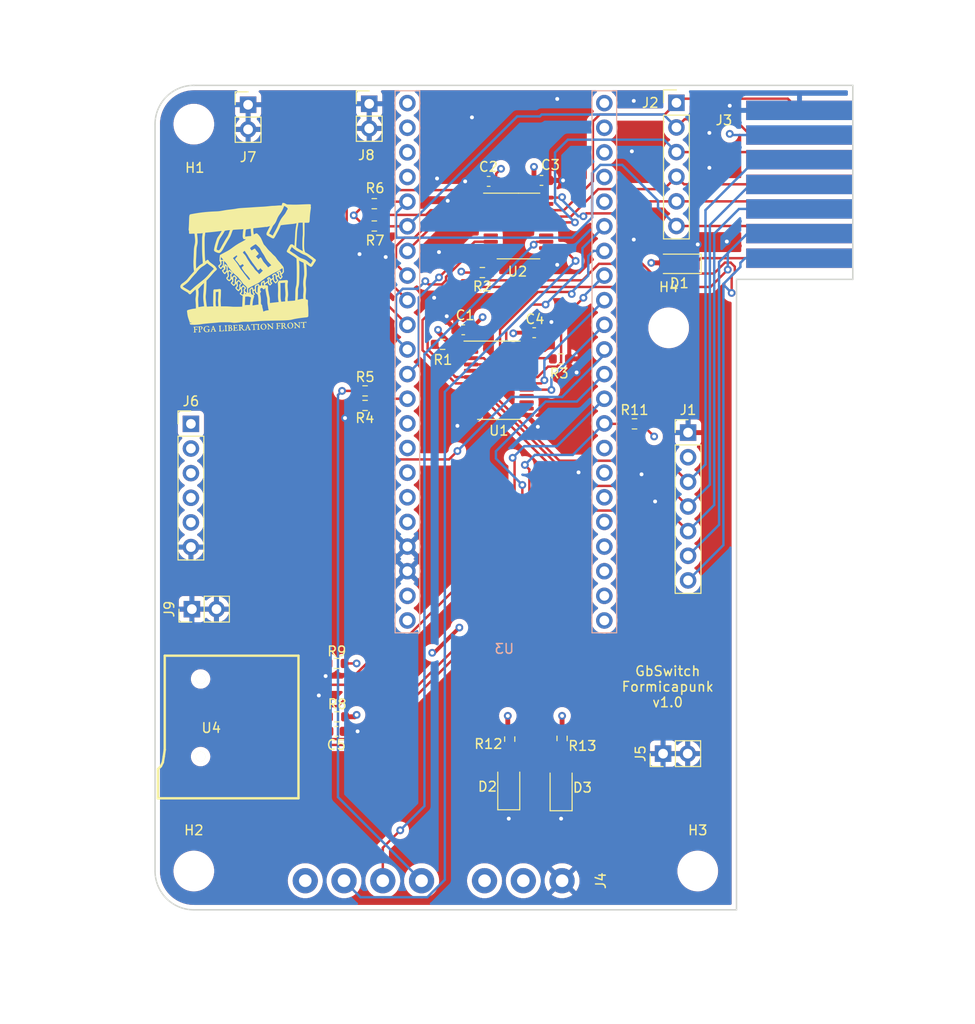
<source format=kicad_pcb>
(kicad_pcb (version 20211014) (generator pcbnew)
  (title_block (title "GbHDMI Formicapunk") (date "2022-04-09") (rev "v1.0") (company "FPGA Liberation Front"))
  (layers (0 "F.Cu" signal) (1 "In1.Cu" signal) (2 "In2.Cu" signal) (31 "B.Cu" signal) (34 "B.Paste" user) (35 "F.Paste" user) (36 "B.SilkS" user "B.Silkscreen") (37 "F.SilkS" user "F.Silkscreen") (38 "B.Mask" user) (39 "F.Mask" user) (44 "Edge.Cuts" user))
  (net 0 "")
  (net 1 "/GB5V")
  (net 2 "GND")
  (net 3 "+1V8")
  (net 4 "+5V")
  (net 5 "+3V3")
  (net 6 "Net-(D2-Pad2)")
  (net 7 "Net-(D3-Pad2)")
  (net 8 "/GB_VSYNC")
  (net 9 "/GB_CLK")
  (net 10 "/GB_D0")
  (net 11 "/GB_D1")
  (net 12 "/GB_HSYNC")
  (net 13 "/P11")
  (net 14 "/P14_1V8")
  (net 15 "/P13")
  (net 16 "/P12")
  (net 17 "/P10")
  (net 18 "/P15_1V8")
  (net 19 "/NC1")
  (net 20 "/NC2")
  (net 21 "Net-(J4-Pad4)")
  (net 22 "Net-(U2-Pad13)")
  (net 23 "Net-(U2-Pad12)")
  (net 24 "/SD_SSN_3V3")
  (net 25 "/SD_MOSI_3V3")
  (net 26 "/SD_CLK_3V3")
  (net 27 "/SD_MISO_3V3")
  (net 28 "+2V5")
  (net 29 "Net-(R1-Pad1)")
  (net 30 "Net-(R2-Pad1)")
  (net 31 "Net-(R3-Pad2)")
  (net 32 "/SNES_DATA_1V8")
  (net 39 "/GB_HSYNC_3V3")
  (net 40 "/GB_D1_3V3")
  (net 41 "/GB_D0_3V3")
  (net 42 "/GB_CLK_3V3")
  (net 43 "/GB_VSYNC_3V3")
  (net 44 "/P10_1V8")
  (net 45 "/P11_1V8")
  (net 46 "/P12_1V8")
  (net 47 "/P13_1V8")
  (net 50 "/SNES_LATCH_1V8")
  (net 51 "/SNES_CLOCK_1V8")
  (net 74 "Net-(R8-Pad1)")
  (net 75 "Net-(R9-Pad1)")
  (net 76 "Net-(J3-Pad13)")
  (footprint "GbSwitchMyLib:EDGE_14PIN_254" (layer "F.Cu") (at 142.8 60.08)
    (fp_text reference "J3")
    (fp_text value "Conn_02x07_Odd_Even" hide)
  )
  (footprint "Resistor_SMD:R_0603_1608Metric" (layer "F.Cu") (at 95.025 117.1)
    (fp_text reference "R9")
    (fp_text value "47k")
  )
  (footprint "Resistor_SMD:R_0603_1608Metric" (layer "F.Cu") (at 105.975 84.2)
    (fp_text reference "R1")
    (fp_text value "0")
  )
  (footprint "Resistor_SMD:R_0603_1608Metric" (layer "F.Cu") (at 97.975 90.5)
    (fp_text reference "R4")
    (fp_text value "47k")
  )
  (footprint "Diode_SMD:D_SOD-123" (layer "F.Cu") (at 130.4 75.9 180)
    (fp_text reference "D1")
    (fp_text value "DIODE" hide)
  )
  (footprint "Resistor_SMD:R_0603_1608Metric" (layer "F.Cu") (at 118.3 124.825 -90)
    (fp_text reference "R13")
    (fp_text value "470")
  )
  (footprint "Connector_PinHeader_2.54mm:PinHeader_1x06_P2.54mm_Vertical" (layer "F.Cu") (at 80 92.4)
    (fp_text reference "J6")
    (fp_text value "Conn_01x06_Male" hide)
  )
  (footprint "Resistor_SMD:R_0603_1608Metric" (layer "F.Cu") (at 110.075 76.8 180)
    (fp_text reference "R2")
    (fp_text value "0")
  )
  (footprint "Connector_PinHeader_2.54mm:PinHeader_1x02_P2.54mm_Vertical" (layer "F.Cu") (at 128.725 126.4 90)
    (fp_text reference "J5")
    (fp_text value "Conn_01x02_Male" hide)
  )
  (footprint "Resistor_SMD:R_0603_1608Metric" (layer "F.Cu") (at 98.925 69.7 180)
    (fp_text reference "R6")
    (fp_text value "47k")
  )
  (footprint "Package_SO:TSSOP-20_4.4x6.5mm_P0.65mm" (layer "F.Cu") (at 113.8 72)
    (fp_text reference "U2")
    (fp_text value "TXS0108EPW")
  )
  (footprint "Resistor_SMD:R_0603_1608Metric" (layer "F.Cu") (at 125.775 92.4)
    (fp_text reference "R11")
    (fp_text value "47k")
  )
  (footprint "GbSwitchMyLib:GCT-MEM2055-00-190-01-A" (layer "F.Cu") (at 92.3 123.65 90)
    (fp_text reference "U4")
    (fp_text value "MicroSD_SPI_CD")
  )
  (footprint "GbSwitchMyLib:SNES_7PAD" (layer "F.Cu") (at 118.3 139.5 -90)
    (fp_text reference "J4")
    (fp_text value "Conn_01x07_Female" hide)
  )
  (footprint "Package_SO:TSSOP-24_4.4x7.8mm_P0.65mm" (layer "F.Cu") (at 111.775 87.9)
    (fp_text reference "U1")
    (fp_text value "LJ245A")
  )
  (footprint "MountingHole:MountingHole_3.2mm_M3" (layer "F.Cu") (at 129.3 82.5)
    (fp_text reference "H4")
    (fp_text value "MountingHole" hide)
  )
  (footprint "Resistor_SMD:R_0603_1608Metric" (layer "F.Cu") (at 95.075 122.6)
    (fp_text reference "R8")
    (fp_text value "330")
  )
  (footprint "Resistor_SMD:R_0603_1608Metric" (layer "F.Cu") (at 118.175 85.7 180)
    (fp_text reference "R3")
    (fp_text value "0")
  )
  (footprint "MountingHole:MountingHole_3.2mm_M3" (layer "F.Cu") (at 80.3 61.5)
    (fp_text reference "H1")
    (fp_text value "MountingHole" hide)
  )
  (footprint "Connector_PinHeader_2.54mm:PinHeader_1x06_P2.54mm_Vertical" (layer "F.Cu") (at 130.1 59.3)
    (fp_text reference "J2")
    (fp_text value "Conn_01x06_Male" hide)
  )
  (footprint "Connector_PinHeader_2.54mm:PinHeader_1x02_P2.54mm_Vertical" (layer "F.Cu") (at 98.4 59.4)
    (fp_text reference "J8")
    (fp_text value "Conn_01x02_Male" hide)
  )
  (footprint "Capacitor_SMD:C_0603_1608Metric" (layer "F.Cu") (at 110.725 67.4 180)
    (fp_text reference "C2")
    (fp_text value "100n")
  )
  (footprint "Resistor_SMD:R_0603_1608Metric" (layer "F.Cu") (at 98.925 72 180)
    (fp_text reference "R7")
    (fp_text value "47k")
  )
  (footprint "LOGO" (layer "F.Cu") (at 85.9 76.3)
    (fp_text reference "G***" hide)
    (fp_text value "LOGO" hide)
  )
  (footprint "Capacitor_SMD:C_0603_1608Metric" (layer "F.Cu") (at 116.175 67.3)
    (fp_text reference "C3")
    (fp_text value "100n")
  )
  (footprint "Connector_PinHeader_2.54mm:PinHeader_1x02_P2.54mm_Vertical" (layer "F.Cu") (at 80.1 111.5 90)
    (fp_text reference "J9")
    (fp_text value "Conn_01x02_Male" hide)
  )
  (footprint "Capacitor_SMD:C_0603_1608Metric" (layer "F.Cu") (at 108.1 82.7 180)
    (fp_text reference "C1")
    (fp_text value "100n")
  )
  (footprint "Capacitor_SMD:C_0603_1608Metric" (layer "F.Cu") (at 115.425 83)
    (fp_text reference "C4")
    (fp_text value "100n")
  )
  (footprint "MountingHole:MountingHole_3.2mm_M3" (layer "F.Cu") (at 80.3 138.5)
    (fp_text reference "H2")
    (fp_text value "MountingHole" hide)
  )
  (footprint "Connector_PinHeader_2.54mm:PinHeader_1x02_P2.54mm_Vertical" (layer "F.Cu") (at 85.9 59.5)
    (fp_text reference "J7")
    (fp_text value "Conn_01x02_Male" hide)
  )
  (footprint "LED_SMD:LED_1206_3216Metric" (layer "F.Cu") (at 118.2 130 90)
    (fp_text reference "D3")
    (fp_text value "LED" hide)
  )
  (footprint "MountingHole:MountingHole_3.2mm_M3" (layer "F.Cu") (at 132.3 138.5)
    (fp_text reference "H3")
    (fp_text value "MountingHole" hide)
  )
  (footprint "Resistor_SMD:R_0603_1608Metric" (layer "F.Cu") (at 97.975 89)
    (fp_text reference "R5")
    (fp_text value "82K")
  )
  (footprint "LED_SMD:LED_1206_3216Metric" (layer "F.Cu") (at 112.8 129.9 90)
    (fp_text reference "D2")
    (fp_text value "LED" hide)
  )
  (footprint "Connector_PinHeader_2.54mm:PinHeader_1x07_P2.54mm_Vertical" (layer "F.Cu") (at 131.3 93.3)
    (fp_text reference "J1")
    (fp_text value "Conn_01x07_Male" hide)
  )
  (footprint "Capacitor_SMD:C_0603_1608Metric" (layer "F.Cu") (at 95.025 124.1)
    (fp_text reference "C5")
    (fp_text value "100n")
  )
  (footprint "Resistor_SMD:R_0603_1608Metric" (layer "F.Cu") (at 112.9 124.9 -90)
    (fp_text reference "R12")
    (fp_text value "470")
  )
  (footprint "kicad:Tang_nano_4K" (layer "B.Cu") (at 112.5 117.75)
    (fp_text reference "U3")
    (fp_text value "Tang_nano_4K")
  )
  (gr_line (start 136.3 77.5) (end 136.3 142.5) (layer "Edge.Cuts") (width 0.15))
  (gr_arc (start 76.3 61.5) (mid 77.471573 58.671573) (end 80.3 57.5) (layer "Edge.Cuts") (width 0.15))
  (gr_arc (start 80.3 142.5) (mid 77.471573 141.328427) (end 76.3 138.5) (layer "Edge.Cuts") (width 0.15))
  (gr_line (start 80.3 142.5) (end 136.3 142.5) (layer "Edge.Cuts") (width 0.15))
  (gr_line (start 76.3 61.5) (end 76.3 138.5) (layer "Edge.Cuts") (width 0.15))
  (gr_line (start 80.3 57.5) (end 148.3 57.5) (layer "Edge.Cuts") (width 0.15))
  (gr_line (start 148.3 77.5) (end 136.3 77.5) (layer "Edge.Cuts") (width 0.15))
  (gr_line (start 148.3 57.5) (end 148.3 77.5) (layer "Edge.Cuts") (width 0.15))
  (gr_text "GbSwitch\nFormicapunk\nv1.0" (at 129.2 119.5) (layer "F.SilkS") (effects (font (size 1 1))))
  (segment (start 105.5 82.9) (end 106.8 84.2) (width 0.5) (layer "F.Cu") (net 1))
  (segment (start 106.8 84.2) (end 108.7875 84.2) (width 0.4) (layer "F.Cu") (net 1))
  (segment (start 112.7 122.5) (end 112.7 123.875) (width 0.5) (layer "F.Cu") (net 1))
  (segment (start 108.875 82.7) (end 108.875 84.2875) (width 0.4) (layer "F.Cu") (net 1))
  (segment (start 108.875 84.2875) (end 108.9125 84.325) (width 0.4) (layer "F.Cu") (net 1))
  (segment (start 105.5 82.7) (end 105.5 82.9) (width 0.5) (layer "F.Cu") (net 1))
  (segment (start 108.7875 84.2) (end 108.9125 84.325) (width 0.4) (layer "F.Cu") (net 1))
  (segment (start 108.875 82.7) (end 108.875 82.625) (width 0.4) (layer "F.Cu") (net 1))
  (segment (start 112.7 123.875) (end 112.9 124.075) (width 0.5) (layer "F.Cu") (net 1))
  (segment (start 108.875 82.625) (end 110.1 81.4) (width 0.4) (layer "F.Cu") (net 1))
  (via (at 135.6 62.5) (size 0.8) (drill 0.4) (layers "F.Cu" "B.Cu") (net 1))
  (via (at 110.1 81.4) (size 0.8) (drill 0.4) (layers "F.Cu" "B.Cu") (net 1))
  (via (at 112.7 122.5) (size 0.8) (drill 0.4) (layers "F.Cu" "B.Cu") (net 1))
  (via (at 105.5 82.7) (size 0.8) (drill 0.4) (layers "F.Cu" "B.Cu") (net 1))
  (segment (start 142.8 62.62) (end 135.72 62.62) (width 0.25) (layer "B.Cu") (net 1))
  (segment (start 135.72 62.62) (end 135.6 62.5) (width 0.25) (layer "B.Cu") (net 1))
  (segment (start 119 86.3) (end 119.8 87.1) (width 0.5) (layer "F.Cu") (net 2))
  (segment (start 95.9 91.75) (end 97.15 90.5) (width 0.5) (layer "F.Cu") (net 2))
  (segment (start 107.5 92.6) (end 107.7875 92.6) (width 0.5) (layer "F.Cu") (net 2))
  (segment (start 95.9 91.8) (end 95.9 91.75) (width 0.5) (layer "F.Cu") (net 2))
  (segment (start 112.8 133.1) (end 112.8 131.3) (width 0.5) (layer "F.Cu") (net 2))
  (segment (start 117.7375 76) (end 116.6625 74.925) (width 0.25) (layer "F.Cu") (net 2))
  (segment (start 116.2 82.9) (end 117.2 81.9) (width 0.25) (layer "F.Cu") (net 2))
  (segment (start 114.6375 91.475) (end 114.6375 91.5375) (width 0.5) (layer "F.Cu") (net 2))
  (segment (start 108.9125 90.825) (end 108.9125 91.475) (width 0.5) (layer "F.Cu") (net 2))
  (segment (start 108.3 67.4) (end 109.95 67.4) (width 0.5) (layer "F.Cu") (net 2))
  (segment (start 106.4 81.3) (end 106.4 81.775) (width 0.5) (layer "F.Cu") (net 2))
  (segment (start 117.8 76) (end 117.7375 76) (width 0.25) (layer "F.Cu") (net 2))
  (segment (start 107.7875 92.6) (end 108.9125 91.475) (width 0.5) (layer "F.Cu") (net 2))
  (segment (start 116.95 67.3) (end 118.4 67.3) (width 0.5) (layer "F.Cu") (net 2))
  (segment (start 116.2 83) (end 116.2 82.9) (width 0.25) (layer "F.Cu") (net 2))
  (segment (start 119 85.7) (end 119 86.3) (width 0.5) (layer "F.Cu") (net 2))
  (segment (start 118.2 131.4) (end 118.2 133.1) (width 0.5) (layer "F.Cu") (net 2))
  (segment (start 91.5 120.4) (end 93.2 120.4) (width 0.5) (layer "F.Cu") (net 2))
  (segment (start 95.8 124.1) (end 97.2 124.1) (width 0.5) (layer "F.Cu") (net 2))
  (segment (start 114.6375 91.5375) (end 115.8 92.7) (width 0.5) (layer "F.Cu") (net 2))
  (segment (start 106.4 81.775) (end 107.325 82.7) (width 0.5) (layer "F.Cu") (net 2))
  (via (at 117.2 81.9) (size 0.8) (drill 0.4) (layers "F.Cu" "B.Cu") (net 2))
  (via (at 117.8 58.9) (size 0.8) (drill 0.4) (layers "F.Cu" "B.Cu") (net 2))
  (via (at 118.4 67.3) (size 0.8) (drill 0.4) (layers "F.Cu" "B.Cu") (net 2))
  (via (at 109 60.8) (size 0.8) (drill 0.4) (layers "F.Cu" "B.Cu") (net 2))
  (via (at 106.5 69.4) (size 0.8) (drill 0.4) (layers "F.Cu" "B.Cu") (net 2))
  (via (at 108.3 67.4) (size 0.8) (drill 0.4) (layers "F.Cu" "B.Cu") (net 2))
  (via (at 125.7 73.4) (size 0.8) (drill 0.4) (layers "F.Cu" "B.Cu") (net 2))
  (via (at 105.1 79.4) (size 0.8) (drill 0.4) (layers "F.Cu" "B.Cu") (net 2))
  (via (at 119.8 87.1) (size 0.8) (drill 0.4) (layers "F.Cu" "B.Cu") (net 2))
  (via (at 133.5 66) (size 0.8) (drill 0.4) (layers "F.Cu" "B.Cu") (net 2))
  (via (at 127.9 100.4) (size 0.8) (drill 0.4) (layers "F.Cu" "B.Cu") (net 2))
  (via (at 105.599372 74.689807) (size 0.8) (drill 0.4) (layers "F.Cu" "B.Cu") (net 2))
  (via (at 135.6 59.6) (size 0.8) (drill 0.4) (layers "F.Cu" "B.Cu") (net 2))
  (via (at 97.2 124.1) (size 0.8) (drill 0.4) (layers "F.Cu" "B.Cu") (net 2))
  (via (at 120 97.4) (size 0.8) (drill 0.4) (layers "F.Cu" "B.Cu") (net 2))
  (via (at 117.8 76) (size 0.8) (drill 0.4) (layers "F.Cu" "B.Cu") (net 2))
  (via (at 93.2 120.4) (size 0.8) (drill 0.4) (layers "F.Cu" "B.Cu") (net 2))
  (via (at 107.5 92.6) (size 0.8) (drill 0.4) (layers "F.Cu" "B.Cu") (net 2))
  (via (at 95.9 91.8) (size 0.8) (drill 0.4) (layers "F.Cu" "B.Cu") (net 2))
  (via (at 133.5 62.4) (size 0.8) (drill 0.4) (layers "F.Cu" "B.Cu") (net 2))
  (via (at 93.9 118.4) (size 0.8) (drill 0.4) (layers "F.Cu" "B.Cu") (net 2))
  (via (at 132.3 73.9) (size 0.8) (drill 0.4) (layers "F.Cu" "B.Cu") (net 2))
  (via (at 100.1 75.2) (size 0.8) (drill 0.4) (layers "F.Cu" "B.Cu") (net 2))
  (via (at 125.5 64.3) (size 0.8) (drill 0.4) (layers "F.Cu" "B.Cu") (net 2))
  (via (at 126.5 97.6) (size 0.8) (drill 0.4) (layers "F.Cu" "B.Cu") (net 2))
  (via (at 97.4 74.9) (size 0.8) (drill 0.4) (layers "F.Cu" "B.Cu") (net 2))
  (via (at 125.7 59.1) (size 0.8) (drill 0.4) (layers "F.Cu" "B.Cu") (net 2))
  (via (at 118.2 133.1) (size 0.8) (drill 0.4) (layers "F.Cu" "B.Cu") (net 2))
  (via (at 105.4 67.1) (size 0.8) (drill 0.4) (layers "F.Cu" "B.Cu") (net 2))
  (via (at 106.4 81.3) (size 0.8) (drill 0.4) (layers "F.Cu" "B.Cu") (net 2))
  (via (at 135.3 73.6) (size 0.8) (drill 0.4) (layers "F.Cu" "B.Cu") (net 2))
  (via (at 112.8 133.1) (size 0.8) (drill 0.4) (layers "F.Cu" "B.Cu") (net 2))
  (via (at 115.8 92.7) (size 0.8) (drill 0.4) (layers "F.Cu" "B.Cu") (net 2))
  (segment (start 136.08 60.08) (end 135.6 59.6) (width 0.25) (layer "B.Cu") (net 2))
  (segment (start 142.8 60.08) (end 136.08 60.08) (width 0.25) (layer "B.Cu") (net 2))
  (segment (start 109.25 76.8) (end 108 76.8) (width 0.25) (layer "F.Cu") (net 3))
  (segment (start 98.1 69.7) (end 98 69.7) (width 0.25) (layer "F.Cu") (net 3))
  (segment (start 98 69.7) (end 96.8 70.9) (width 0.25) (layer "F.Cu") (net 3))
  (segment (start 111.99952 67.89952) (end 111.5 67.4) (width 0.25) (layer "F.Cu") (net 3))
  (segment (start 108 76.8) (end 107.9 76.7) (width 0.25) (layer "F.Cu") (net 3))
  (segment (start 97.9 72) (end 96.8 70.9) (width 0.25) (layer "F.Cu") (net 3))
  (segment (start 111.5 67.4) (end 111.5 66.6) (width 0.25) (layer "F.Cu") (net 3))
  (segment (start 111.99952 69.350841) (end 111.99952 67.89952) (width 0.25) (layer "F.Cu") (net 3))
  (segment (start 111.5 66.6) (end 112 66.1) (width 0.25) (layer "F.Cu") (net 3))
  (segment (start 110.9375 69.725) (end 111.625361 69.725) (width 0.25) (layer "F.Cu") (net 3))
  (segment (start 111.625361 69.725) (end 111.99952 69.350841) (width 0.25) (layer "F.Cu") (net 3))
  (segment (start 98.1 72) (end 97.9 72) (width 0.25) (layer "F.Cu") (net 3))
  (via (at 96.8 70.9) (size 0.8) (drill 0.4) (layers "F.Cu" "B.Cu") (net 3))
  (via (at 112 66.1) (size 0.8) (drill 0.4) (layers "F.Cu" "B.Cu") (net 3))
  (via (at 107.9 76.7) (size 0.8) (drill 0.4) (layers "F.Cu" "B.Cu") (net 3))
  (segment (start 127.5 75.8) (end 128.65 75.8) (width 0.5) (layer "F.Cu") (net 4))
  (segment (start 115.4 69.327138) (end 115.797862 69.725) (width 0.5) (layer "F.Cu") (net 4))
  (segment (start 115.797862 69.725) (end 116.6625 69.725) (width 0.5) (layer "F.Cu") (net 4))
  (segment (start 115.4 67.3) (end 115.4 65.9) (width 0.5) (layer "F.Cu") (net 4))
  (segment (start 115.4 67.3) (end 115.4 69.327138) (width 0.5) (layer "F.Cu") (net 4))
  (segment (start 128.65 75.8) (end 128.75 75.9) (width 0.5) (layer "F.Cu") (net 4))
  (segment (start 118.3 122.5) (end 118.3 124) (width 0.5) (layer "F.Cu") (net 4))
  (via (at 127.5 75.8) (size 0.8) (drill 0.4) (layers "F.Cu" "B.Cu") (net 4))
  (via (at 118.3 122.5) (size 0.8) (drill 0.4) (layers "F.Cu" "B.Cu") (net 4))
  (via (at 115.4 65.9) (size 0.8) (drill 0.4) (layers "F.Cu" "B.Cu") (net 4))
  (segment (start 114.6375 84.325) (end 114.6375 84.975) (width 0.5) (layer "F.Cu") (net 5))
  (segment (start 96.9 122.6) (end 97.1 122.4) (width 0.5) (layer "F.Cu") (net 5))
  (segment (start 126.6 92.4) (end 126.6 92.5) (width 0.25) (layer "F.Cu") (net 5))
  (segment (start 95.9 122.6) (end 96.9 122.6) (width 0.5) (layer "F.Cu") (net 5))
  (segment (start 113.324598 83) (end 113.262299 83.062299) (width 0.4) (layer "F.Cu") (net 5))
  (segment (start 105.1 116) (end 107.7 113.4) (width 0.4) (layer "F.Cu") (net 5))
  (segment (start 104.9 116) (end 105.1 116) (width 0.4) (layer "F.Cu") (net 5))
  (segment (start 114.65 84.3125) (end 114.6375 84.325) (width 0.5) (layer "F.Cu") (net 5))
  (segment (start 114.65 83) (end 113.324598 83) (width 0.4) (layer "F.Cu") (net 5))
  (segment (start 126.6 92.5) (end 127.8 93.7) (width 0.25) (layer "F.Cu") (net 5))
  (segment (start 95.85 117.1) (end 97.1 117.1) (width 0.25) (layer "F.Cu") (net 5))
  (segment (start 114.65 83) (end 114.65 84.3125) (width 0.5) (layer "F.Cu") (net 5))
  (via (at 97.1 122.4) (size 0.8) (drill 0.4) (layers "F.Cu" "B.Cu") (net 5))
  (via (at 97.1 117.1) (size 0.8) (drill 0.4) (layers "F.Cu" "B.Cu") (net 5))
  (via (at 127.8 93.7) (size 0.8) (drill 0.4) (layers "F.Cu" "B.Cu") (net 5))
  (via (at 104.9 116) (size 0.8) (drill 0.4) (layers "F.Cu" "B.Cu") (net 5))
  (via (at 107.7 113.4) (size 0.8) (drill 0.4) (layers "F.Cu" "B.Cu") (net 5))
  (via (at 113.262299 83.062299) (size 0.8) (drill 0.4) (layers "F.Cu" "B.Cu") (net 5))
  (segment (start 112.9 128.4) (end 112.8 128.5) (width 0.25) (layer "F.Cu") (net 6))
  (segment (start 112.9 125.725) (end 112.9 128.4) (width 0.25) (layer "F.Cu") (net 6))
  (segment (start 118.2 128.6) (end 118.2 125.75) (width 0.25) (layer "F.Cu") (net 7))
  (segment (start 118.2 125.75) (end 118.3 125.65) (width 0.25) (layer "F.Cu") (net 7))
  (segment (start 111.6 87) (end 111.6 89.775361) (width 0.25) (layer "F.Cu") (net 8))
  (segment (start 110.225 85.625) (end 111.6 87) (width 0.25) (layer "F.Cu") (net 8))
  (segment (start 129.12 96.2) (end 131.3 98.38) (width 0.25) (layer "F.Cu") (net 8))
  (segment (start 111.6 89.775361) (end 118.024639 96.2) (width 0.25) (layer "F.Cu") (net 8))
  (segment (start 118.024639 96.2) (end 129.12 96.2) (width 0.25) (layer "F.Cu") (net 8))
  (segment (start 108.9125 85.625) (end 110.225 85.625) (width 0.25) (layer "F.Cu") (net 8))
  (segment (start 133.1 96.58) (end 131.3 98.38) (width 0.25) (layer "B.Cu") (net 8))
  (segment (start 142.8 65.16) (end 138.3 65.16) (width 0.25) (layer "B.Cu") (net 8))
  (segment (start 138.3 65.16) (end 133.1 70.36) (width 0.25) (layer "B.Cu") (net 8))
  (segment (start 133.1 70.36) (end 133.1 96.58) (width 0.25) (layer "B.Cu") (net 8))
  (segment (start 111.132141 87.167859) (end 111.132141 89.943219) (width 0.25) (layer "F.Cu") (net 9))
  (segment (start 129.175489 98.795489) (end 131.3 100.92) (width 0.25) (layer "F.Cu") (net 9))
  (segment (start 110.1 86.3) (end 110.264282 86.3) (width 0.25) (layer "F.Cu") (net 9))
  (segment (start 111.132141 89.943219) (end 119.984411 98.795489) (width 0.25) (layer "F.Cu") (net 9))
  (segment (start 108.9125 86.275) (end 110.075 86.275) (width 0.25) (layer "F.Cu") (net 9))
  (segment (start 110.075 86.275) (end 110.1 86.3) (width 0.25) (layer "F.Cu") (net 9))
  (segment (start 119.984411 98.795489) (end 129.175489 98.795489) (width 0.25) (layer "F.Cu") (net 9))
  (segment (start 110.264282 86.3) (end 111.132141 87.167859) (width 0.25) (layer "F.Cu") (net 9))
  (segment (start 137.72952 67.72) (end 133.54952 71.9) (width 0.25) (layer "B.Cu") (net 9))
  (segment (start 142.8 67.72) (end 137.72952 67.72) (width 0.25) (layer "B.Cu") (net 9))
  (segment (start 133.54952 98.67048) (end 131.3 100.92) (width 0.25) (layer "B.Cu") (net 9))
  (segment (start 133.54952 71.9) (end 133.54952 98.67048) (width 0.25) (layer "B.Cu") (net 9))
  (segment (start 110.225 86.925) (end 110.682621 87.382621) (width 0.25) (layer "F.Cu") (net 10))
  (segment (start 110.682621 90.282621) (end 121.735489 101.335489) (width 0.25) (layer "F.Cu") (net 10))
  (segment (start 110.682621 87.382621) (end 110.682621 90.282621) (width 0.25) (layer "F.Cu") (net 10))
  (segment (start 129.175489 101.335489) (end 131.3 103.46) (width 0.25) (layer "F.Cu") (net 10))
  (segment (start 108.9125 86.925) (end 110.225 86.925) (width 0.25) (layer "F.Cu") (net 10))
  (segment (start 121.735489 101.335489) (end 129.175489 101.335489) (width 0.25) (layer "F.Cu") (net 10))
  (segment (start 133.99904 100.76096) (end 131.3 103.46) (width 0.25) (layer "B.Cu") (net 10))
  (segment (start 136.55904 70.24) (end 133.99904 72.8) (width 0.25) (layer "B.Cu") (net 10))
  (segment (start 142.8 70.24) (end 136.55904 70.24) (width 0.25) (layer "B.Cu") (net 10))
  (segment (start 133.99904 72.8) (end 133.99904 100.76096) (width 0.25) (layer "B.Cu") (net 10))
  (segment (start 108.215489 78.284511) (end 133.615489 78.284511) (width 0.25) (layer "F.Cu") (net 11))
  (segment (start 133.615489 78.284511) (end 135.4 76.5) (width 0.25) (layer "F.Cu") (net 11))
  (segment (start 104.42548 82.07452) (end 108.215489 78.284511) (width 0.25) (layer "F.Cu") (net 11))
  (segment (start 107.308217 87.575) (end 104.42548 84.692263) (width 0.25) (layer "F.Cu") (net 11))
  (segment (start 104.42548 84.692263) (end 104.42548 82.07452) (width 0.25) (layer "F.Cu") (net 11))
  (segment (start 108.9125 87.575) (end 107.308217 87.575) (width 0.25) (layer "F.Cu") (net 11))
  (via (at 135.4 76.5) (size 0.8) (drill 0.4) (layers "F.Cu" "B.Cu") (net 11))
  (segment (start 134.5 75.7) (end 134.5 102.8) (width 0.25) (layer "B.Cu") (net 11))
  (segment (start 135.55 74.65) (end 134.5 75.7) (width 0.25) (layer "B.Cu") (net 11))
  (segment (start 134.5 102.8) (end 131.3 106) (width 0.25) (layer "B.Cu") (net 11))
  (segment (start 135.4 76.5) (end 135.4 74.8) (width 0.25) (layer "B.Cu") (net 11))
  (segment (start 137.42 72.78) (end 135.55 74.65) (width 0.25) (layer "B.Cu") (net 11))
  (segment (start 135.4 74.8) (end 135.55 74.65) (width 0.25) (layer "B.Cu") (net 11))
  (segment (start 142.8 72.78) (end 137.42 72.78) (width 0.25) (layer "B.Cu") (net 11))
  (segment (start 127.575386 76.9) (end 133.975386 76.9) (width 0.25) (layer "F.Cu") (net 12))
  (segment (start 135.099897 75.775489) (end 135.700103 75.775489) (width 0.25) (layer "F.Cu") (net 12))
  (segment (start 120.40048 77.59952) (end 122.1 75.9) (width 0.25) (layer "F.Cu") (net 12))
  (segment (start 135.700103 75.775489) (end 136.124511 76.199897) (width 0.25) (layer "F.Cu") (net 12))
  (segment (start 107.322499 88.225) (end 103.9 84.802501) (width 0.25) (layer "F.Cu") (net 12))
  (segment (start 103.9 84.802501) (end 103.9 81.7) (width 0.25) (layer "F.Cu") (net 12))
  (segment (start 133.975386 76.9) (end 135.099897 75.775489) (width 0.25) (layer "F.Cu") (net 12))
  (segment (start 136.124511 76.199897) (end 136.124511 76.800103) (width 0.25) (layer "F.Cu") (net 12))
  (segment (start 136.124511 76.800103) (end 136.012307 76.912307) (width 0.25) (layer "F.Cu") (net 12))
  (segment (start 103.9 81.7) (end 108.00048 77.59952) (width 0.25) (layer "F.Cu") (net 12))
  (segment (start 108.9125 88.225) (end 107.322499 88.225) (width 0.25) (layer "F.Cu") (net 12))
  (segment (start 122.1 75.9) (end 126.575386 75.9) (width 0.25) (layer "F.Cu") (net 12))
  (segment (start 136.012307 76.912307) (end 135.8 77.124614) (width 0.25) (layer "F.Cu") (net 12))
  (segment (start 135.8 77.124614) (end 135.8 78.9) (width 0.25) (layer "F.Cu") (net 12))
  (segment (start 108.00048 77.59952) (end 120.40048 77.59952) (width 0.25) (layer "F.Cu") (net 12))
  (segment (start 126.575386 75.9) (end 127.575386 76.9) (width 0.25) (layer "F.Cu") (net 12))
  (via (at 135.8 78.9) (size 0.8) (drill 0.4) (layers "F.Cu" "B.Cu") (net 12))
  (segment (start 134.94952 104.89048) (end 134.94952 77.975094) (width 0.25) (layer "B.Cu") (net 12))
  (segment (start 136.7 76.224614) (end 136.7 75.8) (width 0.25) (layer "B.Cu") (net 12))
  (segment (start 137.18 75.32) (end 142.8 75.32) (width 0.25) (layer "B.Cu") (net 12))
  (segment (start 131.3 108.54) (end 134.94952 104.89048) (width 0.25) (layer "B.Cu") (net 12))
  (segment (start 134.94952 77.975094) (end 136.7 76.224614) (width 0.25) (layer "B.Cu") (net 12))
  (segment (start 136.7 75.8) (end 137.18 75.32) (width 0.25) (layer "B.Cu") (net 12))
  (segment (start 134.94952 78.04952) (end 134.94952 77.975094) (width 0.25) (layer "B.Cu") (net 12))
  (segment (start 135.8 78.9) (end 134.94952 78.04952) (width 0.25) (layer "B.Cu") (net 12))
  (segment (start 116.6625 70.375) (end 118.489282 70.375) (width 0.25) (layer "F.Cu") (net 13))
  (segment (start 128.895489 60.504511) (end 130.1 59.3) (width 0.25) (layer "F.Cu") (net 13))
  (segment (start 121.485489 67.378793) (end 121.485489 61.214511) (width 0.25) (layer "F.Cu") (net 13))
  (segment (start 122.195489 60.504511) (end 128.895489 60.504511) (width 0.25) (layer "F.Cu") (net 13))
  (segment (start 130.524511 58.875489) (end 141.595489 58.875489) (width 0.25) (layer "F.Cu") (net 13))
  (segment (start 130.1 59.3) (end 130.524511 58.875489) (width 0.25) (layer "F.Cu") (net 13))
  (segment (start 118.489282 70.375) (end 121.485489 67.378793) (width 0.25) (layer "F.Cu") (net 13))
  (segment (start 141.595489 58.875489) (end 142.8 60.08) (width 0.25) (layer "F.Cu") (net 13))
  (segment (start 121.485489 61.214511) (end 122.195489 60.504511) (width 0.25) (layer "F.Cu") (net 13))
  (segment (start 99.78 72.03) (end 102.34 72.03) (width 0.25) (layer "F.Cu") (net 14))
  (segment (start 130.95 60.99) (end 136.09 60.99) (width 0.25) (layer "F.Cu") (net 14))
  (segment (start 137.72 62.62) (end 142.8 62.62) (width 0.25) (layer "F.Cu") (net 14))
  (segment (start 130.1 61.84) (end 130.95 60.99) (width 0.25) (layer "F.Cu") (net 14))
  (segment (start 99.75 72) (end 99.78 72.03) (width 0.25) (layer "F.Cu") (net 14))
  (segment (start 136.09 60.99) (end 137.72 62.62) (width 0.25) (layer "F.Cu") (net 14))
  (segment (start 116.195489 60.504511) (end 128.764511 60.504511) (width 0.25) (layer "B.Cu") (net 14))
  (segment (start 116 60.7) (end 116.195489 60.504511) (width 0.25) (layer "B.Cu") (net 14))
  (segment (start 102.34 72.03) (end 113.67 60.7) (width 0.25) (layer "B.Cu") (net 14))
  (segment (start 128.764511 60.504511) (end 130.1 61.84) (width 0.25) (layer "B.Cu") (net 14))
  (segment (start 113.67 60.7) (end 116 60.7) (width 0.25) (layer "B.Cu") (net 14))
  (segment (start 117.8698 71.6302) (end 117.825 71.675) (width 0.25) (layer "F.Cu") (net 15))
  (segment (start 130.1 64.38) (end 142.02 64.38) (width 0.25) (layer "F.Cu") (net 15))
  (segment (start 142.02 64.38) (end 142.8 65.16) (width 0.25) (layer "F.Cu") (net 15))
  (segment (start 117.825 71.675) (end 116.6625 71.675) (width 0.25) (layer "F.Cu") (net 15))
  (segment (start 119.625387 71.6302) (end 117.8698 71.6302) (width 0.25) (layer "F.Cu") (net 15))
  (via (at 119.625387 71.6302) (size 0.8) (drill 0.4) (layers "F.Cu" "B.Cu") (net 15))
  (segment (start 117.575489 69.580302) (end 117.575489 64.424511) (width 0.25) (layer "B.Cu") (net 15))
  (segment (start 117.575489 64.424511) (end 118.9 63.1) (width 0.25) (layer "B.Cu") (net 15))
  (segment (start 118.9 63.1) (end 128.82 63.1) (width 0.25) (layer "B.Cu") (net 15))
  (segment (start 128.82 63.1) (end 130.1 64.38) (width 0.25) (layer "B.Cu") (net 15))
  (segment (start 119.625387 71.6302) (end 117.575489 69.580302) (width 0.25) (layer "B.Cu") (net 15))
  (segment (start 130.88 67.7) (end 130.1 66.92) (width 0.25) (layer "F.Cu") (net 16))
  (segment (start 119.205973 71.025) (end 122.030973 68.2) (width 0.25) (layer "F.Cu") (net 16))
  (segment (start 122.030973 68.2) (end 128.82 68.2) (width 0.25) (layer "F.Cu") (net 16))
  (segment (start 128.82 68.2) (end 130.1 66.92) (width 0.25) (layer "F.Cu") (net 16))
  (segment (start 142.8 67.7) (end 130.88 67.7) (width 0.25) (layer "F.Cu") (net 16))
  (segment (start 116.6625 71.025) (end 119.205973 71.025) (width 0.25) (layer "F.Cu") (net 16))
  (segment (start 125.04 69.46) (end 123.8 70.7) (width 0.25) (layer "F.Cu") (net 17))
  (segment (start 142.02 69.46) (end 142.8 70.24) (width 0.25) (layer "F.Cu") (net 17))
  (segment (start 120.8 70.7) (end 120.5 71) (width 0.25) (layer "F.Cu") (net 17))
  (segment (start 130.1 69.46) (end 125.04 69.46) (width 0.25) (layer "F.Cu") (net 17))
  (segment (start 116.6625 69.075) (end 118.2495 69.075) (width 0.25) (layer "F.Cu") (net 17))
  (segment (start 130.1 69.46) (end 142.02 69.46) (width 0.25) (layer "F.Cu") (net 17))
  (segment (start 118.2495 69.075) (end 118.3 69.0245) (width 0.25) (layer "F.Cu") (net 17))
  (segment (start 123.8 70.7) (end 120.8 70.7) (width 0.25) (layer "F.Cu") (net 17))
  (via (at 118.3 69.0245) (size 0.8) (drill 0.4) (layers "F.Cu" "B.Cu") (net 17))
  (via (at 120.5 71) (size 0.8) (drill 0.4) (layers "F.Cu" "B.Cu") (net 17))
  (segment (start 118.3 69.0245) (end 118.3 69.317194) (width 0.25) (layer "B.Cu") (net 17))
  (segment (start 119.982806 71) (end 120.5 71) (width 0.25) (layer "B.Cu") (net 17))
  (segment (start 118.3 69.317194) (end 119.982806 71) (width 0.25) (layer "B.Cu") (net 17))
  (segment (start 99.96 69.49) (end 102.34 69.49) (width 0.25) (layer "F.Cu") (net 18))
  (segment (start 142.02 72) (end 142.8 72.78) (width 0.25) (layer "F.Cu") (net 18))
  (segment (start 99.75 69.7) (end 99.96 69.49) (width 0.25) (layer "F.Cu") (net 18))
  (segment (start 130.1 72) (end 142.02 72) (width 0.25) (layer "F.Cu") (net 18))
  (segment (start 124.5 65.7) (end 128.2 69.4) (width 0.25) (layer "B.Cu") (net 18))
  (segment (start 102.34 69.49) (end 101.165489 70.664511) (width 0.25) (layer "B.Cu") (net 18))
  (segment (start 101.165489 73.165489) (end 101.204511 73.204511) (width 0.25) (layer "B.Cu") (net 18))
  (segment (start 121.4 66.54899) (end 122.24899 65.7) (width 0.25) (layer "B.Cu") (net 18))
  (segment (start 121.4 71.124614) (end 121.4 66.54899) (width 0.25) (layer "B.Cu") (net 18))
  (segment (start 119.320103 73.204511) (end 121.4 71.124614) (width 0.25) (layer "B.Cu") (net 18))
  (segment (start 101.204511 73.204511) (end 119.320103 73.204511) (width 0.25) (layer "B.Cu") (net 18))
  (segment (start 128.2 69.4) (end 128.2 70.1) (width 0.25) (layer "B.Cu") (net 18))
  (segment (start 122.24899 65.7) (end 124.5 65.7) (width 0.25) (layer "B.Cu") (net 18))
  (segment (start 101.165489 70.664511) (end 101.165489 73.165489) (width 0.25) (layer "B.Cu") (net 18))
  (segment (start 128.2 70.1) (end 130.1 72) (width 0.25) (layer "B.Cu") (net 18))
  (segment (start 97.15 89) (end 95.6 89) (width 0.25) (layer "F.Cu") (net 21))
  (via (at 95.6 89) (size 0.8) (drill 0.4) (layers "F.Cu" "B.Cu") (net 21))
  (segment (start 95.175489 130.875489) (end 103.8 139.5) (width 0.25) (layer "B.Cu") (net 21))
  (segment (start 95.175489 89.424511) (end 95.175489 130.875489) (width 0.25) (layer "B.Cu") (net 21))
  (segment (start 95.6 89) (end 95.175489 89.424511) (width 0.25) (layer "B.Cu") (net 21))
  (segment (start 115.67419 73.625) (end 116.6625 73.625) (width 0.25) (layer "F.Cu") (net 22))
  (segment (start 101.6 134.3) (end 99.8 136.1) (width 0.25) (layer "F.Cu") (net 22))
  (segment (start 99.8 136.1) (end 99.8 139.5) (width 0.25) (layer "F.Cu") (net 22))
  (segment (start 115.370179 73.929011) (end 115.67419 73.625) (width 0.25) (layer "F.Cu") (net 22))
  (via (at 115.370179 73.929011) (size 0.8) (drill 0.4) (layers "F.Cu" "B.Cu") (net 22))
  (via (at 101.6 134.3) (size 0.8) (drill 0.4) (layers "F.Cu" "B.Cu") (net 22))
  (segment (start 115.370179 73.929011) (end 104.1 85.19919) (width 0.25) (layer "B.Cu") (net 22))
  (segment (start 104.1 131.8) (end 101.6 134.3) (width 0.25) (layer "B.Cu") (net 22))
  (segment (start 104.1 85.19919) (end 104.1 131.8) (width 0.25) (layer "B.Cu") (net 22))
  (segment (start 116.6625 74.275) (end 118.375 74.275) (width 0.25) (layer "F.Cu") (net 23))
  (segment (start 118.375 74.275) (end 119.7 75.6) (width 0.25) (layer "F.Cu") (net 23))
  (via (at 119.7 75.6) (size 0.8) (drill 0.4) (layers "F.Cu" "B.Cu") (net 23))
  (segment (start 97.5 141.2) (end 95.8 139.5) (width 0.25) (layer "B.Cu") (net 23))
  (segment (start 106.2 89.1) (end 106.2 139.397407) (width 0.25) (layer "B.Cu") (net 23))
  (segment (start 106.2 139.397407) (end 104.397407 141.2) (width 0.25) (layer "B.Cu") (net 23))
  (segment (start 104.397407 141.2) (end 97.5 141.2) (width 0.25) (layer "B.Cu") (net 23))
  (segment (start 119.7 75.6) (end 106.2 89.1) (width 0.25) (layer "B.Cu") (net 23))
  (segment (start 92.55 124.8) (end 93.25 125.5) (width 0.25) (layer "F.Cu") (net 24))
  (segment (start 122.71 92.4) (end 122.66 92.35) (width 0.25) (layer "F.Cu") (net 24))
  (segment (start 91.5 124.8) (end 92.55 124.8) (width 0.25) (layer "F.Cu") (net 24))
  (segment (start 114.924511 97.093046) (end 114.461965 96.6305) (width 0.25) (layer "F.Cu") (net 24))
  (segment (start 124.95 92.4) (end 122.71 92.4) (width 0.25) (layer "F.Cu") (net 24))
  (segment (start 93.25 125.5) (end 98.2 125.5) (width 0.25) (layer "F.Cu") (net 24))
  (segment (start 114.924511 108.775489) (end 114.924511 97.093046) (width 0.25) (layer "F.Cu") (net 24))
  (segment (start 98.2 125.5) (end 114.924511 108.775489) (width 0.25) (layer "F.Cu") (net 24))
  (via (at 114.461965 96.6305) (size 0.8) (drill 0.4) (layers "F.Cu" "B.Cu") (net 24))
  (segment (start 119.41 95.6) (end 122.66 92.35) (width 0.25) (layer "B.Cu") (net 24))
  (segment (start 114.461965 96.6305) (end 115.492465 95.6) (width 0.25) (layer "B.Cu") (net 24))
  (segment (start 115.492465 95.6) (end 119.41 95.6) (width 0.25) (layer "B.Cu") (net 24))
  (segment (start 93.74952 124.89952) (end 97.90048 124.89952) (width 0.25) (layer "F.Cu") (net 25))
  (segment (start 92.55 123.7) (end 93.74952 124.89952) (width 0.25) (layer "F.Cu") (net 25))
  (segment (start 97.90048 124.89952) (end 114.2 108.6) (width 0.25) (layer "F.Cu") (net 25))
  (segment (start 91.5 123.7) (end 92.55 123.7) (width 0.25) (layer "F.Cu") (net 25))
  (segment (start 114.2 108.6) (end 114.2 98.7) (width 0.25) (layer "F.Cu") (net 25))
  (via (at 114.2 98.7) (size 0.8) (drill 0.4) (layers "F.Cu" "B.Cu") (net 25))
  (segment (start 119.83 90.1) (end 122.66 87.27) (width 0.25) (layer "B.Cu") (net 25))
  (segment (start 111.475489 95.975489) (end 111.475489 95.224511) (width 0.25) (layer "B.Cu") (net 25))
  (segment (start 116.6 90.1) (end 119.83 90.1) (width 0.25) (layer "B.Cu") (net 25))
  (segment (start 114.2 98.7) (end 111.475489 95.975489) (width 0.25) (layer "B.Cu") (net 25))
  (segment (start 111.475489 95.224511) (end 116.6 90.1) (width 0.25) (layer "B.Cu") (net 25))
  (segment (start 113.4 103.27101) (end 95.17101 121.5) (width 0.25) (layer "F.Cu") (net 26))
  (segment (start 113.4 96.1) (end 113.4 103.27101) (width 0.25) (layer "F.Cu") (net 26))
  (segment (start 95.17101 121.5) (end 91.5 121.5) (width 0.25) (layer "F.Cu") (net 26))
  (segment (start 113.2 95.9) (end 113.4 96.1) (width 0.25) (layer "F.Cu") (net 26))
  (via (at 113.2 95.9) (size 0.8) (drill 0.4) (layers "F.Cu" "B.Cu") (net 26))
  (segment (start 114.4 94.7) (end 117.77 94.7) (width 0.25) (layer "B.Cu") (net 26))
  (segment (start 113.2 95.9) (end 114.4 94.7) (width 0.25) (layer "B.Cu") (net 26))
  (segment (start 117.77 94.7) (end 122.66 89.81) (width 0.25) (layer "B.Cu") (net 26))
  (segment (start 100.65048 114.574134) (end 100.65048 96.64952) (width 0.25) (layer "F.Cu") (net 27))
  (segment (start 100.65048 96.64952) (end 101.235489 96.064511) (width 0.25) (layer "F.Cu") (net 27))
  (segment (start 101.235489 96.064511) (end 106.635489 96.064511) (width 0.25) (layer "F.Cu") (net 27))
  (segment (start 91.5 119.3) (end 95.924614 119.3) (width 0.25) (layer "F.Cu") (net 27))
  (segment (start 106.635489 96.064511) (end 107.5 95.2) (width 0.25) (layer "F.Cu") (net 27))
  (segment (start 95.924614 119.3) (end 100.65048 114.574134) (width 0.25) (layer "F.Cu") (net 27))
  (via (at 107.5 95.2) (size 0.8) (drill 0.4) (layers "F.Cu" "B.Cu") (net 27))
  (segment (start 118.300103 89.624511) (end 122.66 85.264614) (width 0.25) (layer "B.Cu") (net 27))
  (segment (start 122.66 85.264614) (end 122.66 84.73) (width 0.25) (layer "B.Cu") (net 27))
  (segment (start 113.075489 89.624511) (end 118.300103 89.624511) (width 0.25) (layer "B.Cu") (net 27))
  (segment (start 107.5 95.2) (end 113.075489 89.624511) (width 0.25) (layer "B.Cu") (net 27))
  (segment (start 105.15 84.2) (end 105.94952 84.99952) (width 0.25) (layer "F.Cu") (net 29))
  (segment (start 108.88798 84.99952) (end 108.9125 84.975) (width 0.25) (layer "F.Cu") (net 29))
  (segment (start 105.94952 84.99952) (end 108.88798 84.99952) (width 0.25) (layer "F.Cu") (net 29))
  (segment (start 110.9375 76.7625) (end 110.9 76.8) (width 0.25) (layer "F.Cu") (net 30))
  (segment (start 110.9375 74.925) (end 110.9375 76.7625) (width 0.25) (layer "F.Cu") (net 30))
  (segment (start 117.275 85.625) (end 117.35 85.7) (width 0.25) (layer "F.Cu") (net 31))
  (segment (start 114.6375 85.625) (end 117.275 85.625) (width 0.25) (layer "F.Cu") (net 31))
  (segment (start 99.49 89.81) (end 102.34 89.81) (width 0.25) (layer "F.Cu") (net 32))
  (segment (start 98.8 90.5) (end 99.49 89.81) (width 0.25) (layer "F.Cu") (net 32))
  (segment (start 98.8 89) (end 98.8 90.5) (width 0.25) (layer "F.Cu") (net 32))
  (segment (start 117.175 88.875) (end 117.2 88.9) (width 0.25) (layer "F.Cu") (net 39))
  (segment (start 114.6375 88.875) (end 117.175 88.875) (width 0.25) (layer "F.Cu") (net 39))
  (via (at 117.2 88.9) (size 0.8) (drill 0.4) (layers "F.Cu" "B.Cu") (net 39))
  (segment (start 117.2 88.9) (end 117.2 87.65) (width 0.25) (layer "B.Cu") (net 39))
  (segment (start 117.2 87.65) (end 122.66 82.19) (width 0.25) (layer "B.Cu") (net 39))
  (segment (start 116.1505 88.225) (end 116.4755 87.9) (width 0.25) (layer "F.Cu") (net 40))
  (segment (start 114.6375 88.225) (end 116.1505 88.225) (width 0.25) (layer "F.Cu") (net 40))
  (via (at 116.4755 87.9) (size 0.8) (drill 0.4) (layers "F.Cu" "B.Cu") (net 40))
  (segment (start 116.4755 87.9) (end 116.4755 85.8345) (width 0.25) (layer "B.Cu") (net 40))
  (segment (start 116.4755 85.8345) (end 122.66 79.65) (width 0.25) (layer "B.Cu") (net 40))
  (segment (start 114.6375 87.575) (end 115.775886 87.575) (width 0.25) (layer "F.Cu") (net 41))
  (segment (start 115.775886 87.575) (end 116.851366 86.49952) (width 0.25) (layer "F.Cu") (net 41))
  (segment (start 118.2 81.7) (end 120.5 79.4) (width 0.25) (layer "F.Cu") (net 41))
  (segment (start 116.851366 86.49952) (end 117.767263 86.49952) (width 0.25) (layer "F.Cu") (net 41))
  (segment (start 117.767263 86.49952) (end 118.2 86.066783) (width 0.25) (layer "F.Cu") (net 41))
  (segment (start 118.2 86.066783) (end 118.2 81.7) (width 0.25) (layer "F.Cu") (net 41))
  (via (at 120.5 79.4) (size 0.8) (drill 0.4) (layers "F.Cu" "B.Cu") (net 41))
  (segment (start 120.5 79.4) (end 120.5 79.27) (width 0.25) (layer "B.Cu") (net 41))
  (segment (start 120.5 79.27) (end 122.66 77.11) (width 0.25) (layer "B.Cu") (net 41))
  (segment (start 119.090989 78.8) (end 119.3 79.009011) (width 0.25) (layer "F.Cu") (net 42))
  (segment (start 115.8 78.8) (end 119.090989 78.8) (width 0.25) (layer "F.Cu") (net 42))
  (segment (start 113.825 86.925) (end 111.9 85) (width 0.25) (layer "F.Cu") (net 42))
  (segment (start 111.9 85) (end 111.9 82.7) (width 0.25) (layer "F.Cu") (net 42))
  (segment (start 111.9 82.7) (end 115.8 78.8) (width 0.25) (layer "F.Cu") (net 42))
  (segment (start 114.6375 86.925) (end 113.825 86.925) (width 0.25) (layer "F.Cu") (net 42))
  (via (at 119.3 79.009011) (size 0.8) (drill 0.4) (layers "F.Cu" "B.Cu") (net 42))
  (segment (start 121 77.10899) (end 121 75.1) (width 0.25) (layer "B.Cu") (net 42))
  (segment (start 119.3 78.80899) (end 121 77.10899) (width 0.25) (layer "B.Cu") (net 42))
  (segment (start 119.3 79.009011) (end 119.3 78.80899) (width 0.25) (layer "B.Cu") (net 42))
  (segment (start 121.53 74.57) (end 122.66 74.57) (width 0.25) (layer "B.Cu") (net 42))
  (segment (start 121 75.1) (end 121.53 74.57) (width 0.25) (layer "B.Cu") (net 42))
  (segment (start 112.537788 82.762212) (end 112.537788 84.863149) (width 0.25) (layer "F.Cu") (net 43))
  (segment (start 116.6 80.1) (end 115.2 80.1) (width 0.25) (layer "F.Cu") (net 43))
  (segment (start 112.537788 84.863149) (end 113.949639 86.275) (width 0.25) (layer "F.Cu") (net 43))
  (segment (start 113.949639 86.275) (end 114.6375 86.275) (width 0.25) (layer "F.Cu") (net 43))
  (segment (start 115.2 80.1) (end 112.537788 82.762212) (width 0.25) (layer "F.Cu") (net 43))
  (via (at 116.6 80.1) (size 0.8) (drill 0.4) (layers "F.Cu" "B.Cu") (net 43))
  (segment (start 116.6 80.1) (end 120.424511 76.275489) (width 0.25) (layer "B.Cu") (net 43))
  (segment (start 120.424511 76.275489) (end 120.424511 75.024511) (width 0.25) (layer "B.Cu") (net 43))
  (segment (start 120.4 75) (end 120.4 74.29) (width 0.25) (layer "B.Cu") (net 43))
  (segment (start 120.424511 75.024511) (end 120.4 75) (width 0.25) (layer "B.Cu") (net 43))
  (segment (start 120.4 74.29) (end 122.66 72.03) (width 0.25) (layer "B.Cu") (net 43))
  (segment (start 97.8 68.3) (end 110.1625 68.3) (width 0.25) (layer "F.Cu") (net 44))
  (segment (start 96.075489 70.024511) (end 97.8 68.3) (width 0.25) (layer "F.Cu") (net 44))
  (segment (start 102.34 82.19) (end 96.075489 75.925489) (width 0.25) (layer "F.Cu") (net 44))
  (segment (start 110.1625 68.3) (end 110.9375 69.075) (width 0.25) (layer "F.Cu") (net 44))
  (segment (start 96.075489 75.925489) (end 96.075489 70.024511) (width 0.25) (layer "F.Cu") (net 44))
  (segment (start 99.644511 70.855489) (end 104.255489 70.855489) (width 0.25) (layer "F.Cu") (net 45))
  (segment (start 104.735978 70.375) (end 110.9375 70.375) (width 0.25) (layer "F.Cu") (net 45))
  (segment (start 99.02548 71.47452) (end 99.644511 70.855489) (width 0.25) (layer "F.Cu") (net 45))
  (segment (start 99.02548 76.33548) (end 99.02548 71.47452) (width 0.25) (layer "F.Cu") (net 45))
  (segment (start 102.34 79.65) (end 99.02548 76.33548) (width 0.25) (layer "F.Cu") (net 45))
  (segment (start 104.255489 70.855489) (end 104.735978 70.375) (width 0.25) (layer "F.Cu") (net 45))
  (segment (start 101.165489 75.935489) (end 101.165489 74.083501) (width 0.25) (layer "F.Cu") (net 46))
  (segment (start 102.044479 73.204511) (end 103.069771 73.204511) (width 0.25) (layer "F.Cu") (net 46))
  (segment (start 101.165489 74.083501) (end 102.044479 73.204511) (width 0.25) (layer "F.Cu") (net 46))
  (segment (start 102.34 77.11) (end 101.165489 75.935489) (width 0.25) (layer "F.Cu") (net 46))
  (segment (start 103.069771 73.204511) (end 105.249282 71.025) (width 0.25) (layer "F.Cu") (net 46))
  (segment (start 105.249282 71.025) (end 110.9375 71.025) (width 0.25) (layer "F.Cu") (net 46))
  (segment (start 102.34 74.57) (end 105.235 71.675) (width 0.25) (layer "F.Cu") (net 47))
  (segment (start 105.235 71.675) (end 110.9375 71.675) (width 0.25) (layer "F.Cu") (net 47))
  (segment (start 110.9375 73.625) (end 109.275 73.625) (width 0.25) (layer "F.Cu") (net 50))
  (segment (start 109.275 73.625) (end 105.6 77.3) (width 0.25) (layer "F.Cu") (net 50))
  (via (at 105.6 77.3) (size 0.8) (drill 0.4) (layers "F.Cu" "B.Cu") (net 50))
  (segment (start 105.6 77.3) (end 103.514511 79.385489) (width 0.25) (layer "B.Cu") (net 50))
  (segment (start 103.514511 79.385489) (end 103.514511 86.095489) (width 0.25) (layer "B.Cu") (net 50))
  (segment (start 103.514511 86.095489) (end 102.34 87.27) (width 0.25) (layer "B.Cu") (net 50))
  (segment (start 106.324511 77.600103) (end 105.900103 78.024511) (width 0.25) (layer "F.Cu") (net 51))
  (segment (start 110.9375 74.275) (end 109.300386 74.275) (width 0.25) (layer "F.Cu") (net 51))
  (segment (start 105.900103 78.024511) (end 104.524511 78.024511) (width 0.25) (layer "F.Cu") (net 51))
  (segment (start 104.524511 78.024511) (end 104.187701 77.687701) (width 0.25) (layer "F.Cu") (net 51))
  (segment (start 106.324511 77.250875) (end 106.324511 77.600103) (width 0.25) (layer "F.Cu") (net 51))
  (segment (start 109.300386 74.275) (end 106.324511 77.250875) (width 0.25) (layer "F.Cu") (net 51))
  (via (at 104.187701 77.687701) (size 0.8) (drill 0.4) (layers "F.Cu" "B.Cu") (net 51))
  (segment (start 103.399913 78.475489) (end 101.853501 78.475489) (width 0.25) (layer "B.Cu") (net 51))
  (segment (start 104.187701 77.687701) (end 103.399913 78.475489) (width 0.25) (layer "B.Cu") (net 51))
  (segment (start 101.165489 83.555489) (end 102.34 84.73) (width 0.25) (layer "B.Cu") (net 51))
  (segment (start 101.853501 78.475489) (end 101.165489 79.163501) (width 0.25) (layer "B.Cu") (net 51))
  (segment (start 101.165489 79.163501) (end 101.165489 83.555489) (width 0.25) (layer "B.Cu") (net 51))
  (segment (start 94.25 124.1) (end 92.75 122.6) (width 0.25) (layer "F.Cu") (net 74))
  (segment (start 94.25 122.6) (end 91.5 122.6) (width 0.25) (layer "F.Cu") (net 74))
  (segment (start 92.75 122.6) (end 91.5 122.6) (width 0.25) (layer "F.Cu") (net 74))
  (segment (start 91.5 117.1) (end 94.2 117.1) (width 0.25) (layer "F.Cu") (net 75))
  (segment (start 132.63 75.32) (end 132.05 75.9) (width 0.25) (layer "F.Cu") (net 76))
  (segment (start 142.8 75.32) (end 132.63 75.32) (width 0.25) (layer "F.Cu") (net 76))
  (zone (net 2) (net_name "GND") (layer "F.Cu") (priority 7) (connect_pads (clearance 0.508)) (min_thickness 0.254) (fill yes (thermal_gap 0.508) (thermal_bridge_width 0.508))
    (polygon (pts (xy 154.6 151.8) (xy 61.6 151.8) (xy 61.8 53.3) (xy 154.6 53.3)))
  )
  (zone (net 2) (net_name "GND") (layer "B.Cu") (priority 7) (connect_pads (clearance 0.508)) (min_thickness 0.254) (fill yes (thermal_gap 0.508) (thermal_bridge_width 0.508))
    (polygon (pts (xy 156.6 154.1) (xy 60.7 154.3) (xy 60.3 52.3) (xy 61.1 52.1) (xy 158.3 51.7)))
  )
)
</source>
